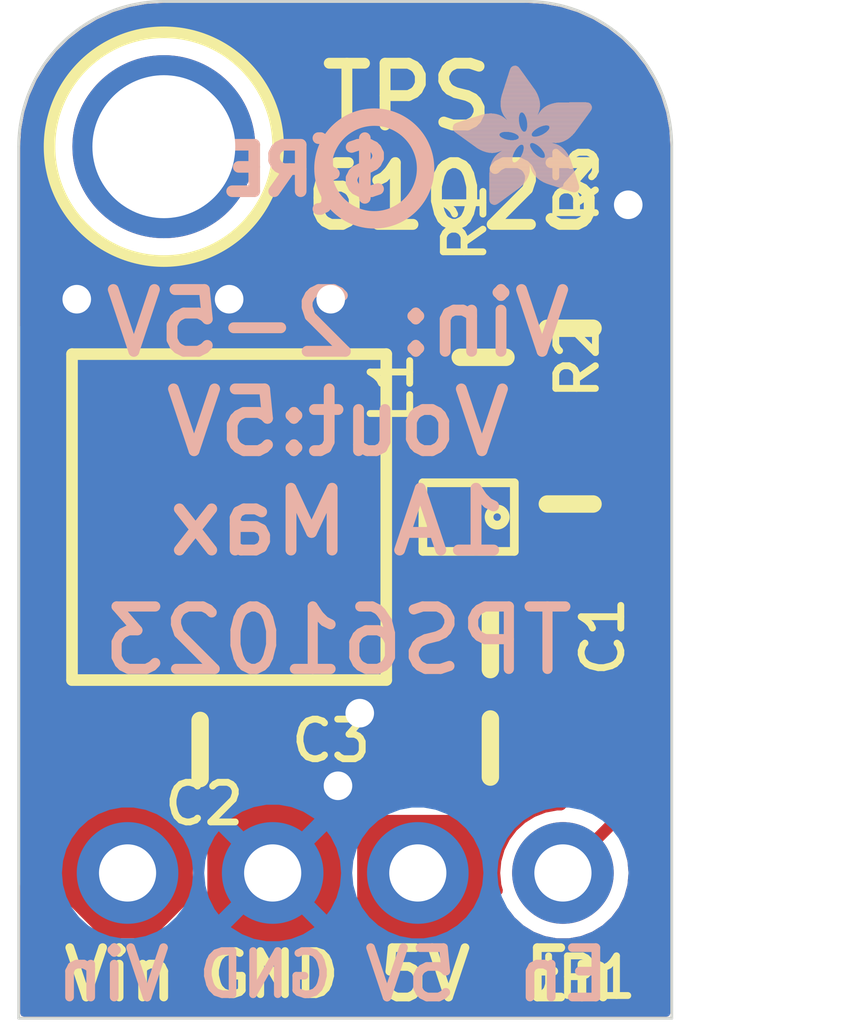
<source format=kicad_pcb>
(kicad_pcb (version 20221018) (generator pcbnew)
  (layers (0 "F.Cu" signal) (31 "B.Cu" signal) (34 "B.Paste" user) (35 "F.Paste" user) (36 "B.SilkS" user "B.Silkscreen") (37 "F.SilkS" user "F.Silkscreen") (38 "B.Mask" user) (39 "F.Mask" user) (44 "Edge.Cuts" user))
  (net 0 "")
  (net 1 "GND")
  (net 2 "VIN")
  (net 3 "EN")
  (net 4 "FB")
  (net 5 "VDD")
  (net 6 "SW")
  (footprint "working:SOT563" (layer "F.Cu") (at 150.6601 105.1306 -90)
    (fp_text reference "IC1" hide)
    (fp_text value "TPS61023" hide)
    (pad "1" smd rect (at -0.635 -0.5 270) (size 0.65 0.275) (layers "F.Cu" "F.Paste" "F.Mask") (net 4 "FB"))
    (pad "2" smd rect (at -0.635 0 270) (size 0.65 0.275) (layers "F.Cu" "F.Paste" "F.Mask") (net 3 "EN"))
    (pad "3" smd rect (at -0.635 0.5 270) (size 0.65 0.275) (layers "F.Cu" "F.Paste" "F.Mask") (net 2 "VIN"))
    (pad "4" smd rect (at 0.635 0.5 270) (size 0.65 0.275) (layers "F.Cu" "F.Paste" "F.Mask") (net 1 "GND"))
    (pad "5" smd rect (at 0.635 0 270) (size 0.65 0.275) (layers "F.Cu" "F.Paste" "F.Mask") (net 6 "SW"))
    (pad "6" smd rect (at 0.635 -0.5 270) (size 0.65 0.275) (layers "F.Cu" "F.Paste" "F.Mask") (net 5 "VDD"))
  )
  (footprint "working:0603-NO" (layer "F.Cu") (at 152.4381 101.8286 90)
    (fp_text reference "R3" (at 1.778 0.127 90) (layer "F.SilkS") (effects (font (size 0.692831 0.692831) (thickness 0.119969)) (justify left)))
    (fp_text value "100K")
    (pad "1" smd rect (at -0.85 0 90) (size 1.075 1) (layers "F.Cu" "F.Paste" "F.Mask") (net 4 "FB"))
    (pad "2" smd rect (at 0.85 0 90) (size 1.075 1) (layers "F.Cu" "F.Paste" "F.Mask") (net 1 "GND"))
  )
  (footprint "working:1X04_ROUND" (layer "F.Cu") (at 148.5011 111.3536 180)
    (fp_text reference "JP1" (at -5.1562 -1.8288) (layer "F.SilkS") (effects (font (size 0.692831 0.692831) (thickness 0.119969)) (justify right)))
    (fp_text value "")
    (pad "1" thru_hole circle (at -3.81 0 270) (size 1.778 1.778) (drill 1) (layers "*.Cu" "*.Mask") (net 3 "EN"))
    (pad "2" thru_hole circle (at -1.27 0 270) (size 1.778 1.778) (drill 1) (layers "*.Cu" "*.Mask") (net 5 "VDD"))
    (pad "3" thru_hole circle (at 1.27 0 270) (size 1.778 1.778) (drill 1) (layers "*.Cu" "*.Mask") (net 1 "GND"))
    (pad "4" thru_hole circle (at 3.81 0 270) (size 1.778 1.778) (drill 1) (layers "*.Cu" "*.Mask") (net 2 "VIN"))
  )
  (footprint "working:0603-NO" (layer "F.Cu") (at 150.9141 102.3366 -90)
    (fp_text reference "R1" (at -3.1115 0.3175 90) (layer "F.SilkS") (effects (font (size 0.692831 0.692831) (thickness 0.119969)) (justify right)))
    (fp_text value "100K")
    (pad "1" smd rect (at -0.85 0 270) (size 1.075 1) (layers "F.Cu" "F.Paste" "F.Mask") (net 2 "VIN"))
    (pad "2" smd rect (at 0.85 0 270) (size 1.075 1) (layers "F.Cu" "F.Paste" "F.Mask") (net 3 "EN"))
  )
  (footprint "working:INDUCTOR_5X5MM_TDK_VLC5045" (layer "F.Cu") (at 146.4691 105.1306 -90)
    (fp_text reference "L1" (at -2.946 -2.846 90) (layer "F.SilkS") (effects (font (size 0.692831 0.692831) (thickness 0.119969)) (justify right)))
    (fp_text value "1uH")
    (pad "P$1" smd rect (at -1.6 0 270) (size 2 5) (layers "F.Cu" "F.Paste" "F.Mask") (net 2 "VIN"))
    (pad "P$2" smd rect (at 1.6 0 270) (size 2 5) (layers "F.Cu" "F.Paste" "F.Mask") (net 6 "SW"))
  )
  (footprint "working:0805-NO" (layer "F.Cu") (at 151.0411 107.2896 180)
    (fp_text reference "C1" (at -1.9685 0.8255 90) (layer "F.SilkS") (effects (font (size 0.692831 0.692831) (thickness 0.119969)) (justify right)))
    (fp_text value "22uF")
    (pad "1" smd rect (at -0.95 0 180) (size 1.24 1.5) (layers "F.Cu" "F.Paste" "F.Mask") (net 5 "VDD"))
    (pad "2" smd rect (at 0.95 0 180) (size 1.24 1.5) (layers "F.Cu" "F.Paste" "F.Mask") (net 1 "GND"))
  )
  (footprint "working:FIDUCIAL_1MM" (layer "F.Cu") (at 152.3111 97.7646)
    (fp_text reference "FID1" hide)
    (fp_text value "FIDUCIAL_1MM" hide)
    (pad "1" smd roundrect (at 0 0) (size 1 1) (layers "F.Cu" "F.Mask") (roundrect_rratio 0.5))
  )
  (footprint "working:MOUNTINGHOLE_2.5_PLATED" (layer "F.Cu") (at 145.3261 98.6536)
    (fp_text reference "U$9" hide)
    (fp_text value "MOUNTINGHOLE2.5" hide)
    (pad "P$1" thru_hole circle (at 0 0) (size 3.2 3.2) (drill 2.5) (layers "*.Cu" "*.Mask"))
    (zone (net 0) (net_name "") (layer "F.Cu") (connect_pads (clearance 0)) (min_thickness 0.25)
      (keepout (tracks not_allowed) (vias not_allowed) (pads not_allowed) (copperpour not_allowed) (footprints allowed))
      (fill (thermal_gap 0.5) (thermal_bridge_width 0.5))
      (polygon (pts (xy 147.3421 98.6536) (xy 147.32248 98.373027) (xy 147.264004 98.097915) (xy 147.167808 97.833619) (xy 147.035765 97.585283) (xy 146.870446 97.35774) (xy 146.675067 97.15542) (xy 146.453433 96.98226) (xy 146.209856 96.841631) (xy 145.949078 96.73627) (xy 145.676175 96.668228) (xy 145.396457 96.638828) (xy 145.115371 96.648644) (xy 144.838385 96.697484) (xy 144.570893 96.784397) (xy 144.3181 96.907693) (xy 144.084926 97.06497) (xy 143.875911 97.253169) (xy 143.695122 97.468625) (xy 143.546078 97.707145) (xy 143.43168 97.964087) (xy 143.354154 98.23445) (xy 143.315011 98.512971) (xy 143.315011 98.794229) (xy 143.354154 99.07275) (xy 143.43168 99.343113) (xy 143.546078 99.600055) (xy 143.695122 99.838575) (xy 143.875911 100.054031) (xy 144.084926 100.24223) (xy 144.3181 100.399507) (xy 144.570893 100.522803) (xy 144.838385 100.609716) (xy 145.115371 100.658556) (xy 145.396457 100.668372) (xy 145.676175 100.638972) (xy 145.949078 100.57093) (xy 146.209856 100.465569) (xy 146.453433 100.32494) (xy 146.675067 100.15178) (xy 146.870446 99.94946) (xy 147.035765 99.721917) (xy 147.167808 99.473581) (xy 147.264004 99.209285) (xy 147.32248 98.934173)))
      (polygon (pts (xy 145.3101 98.6536) (xy 145.314786 98.664914) (xy 145.3261 98.6696) (xy 145.337414 98.664914) (xy 145.3421 98.6536) (xy 145.337414 98.642286) (xy 145.3261 98.6376) (xy 145.314786 98.642286)))
    )
    (zone (net 0) (net_name "") (layer "B.Cu") (connect_pads (clearance 0)) (min_thickness 0.25)
      (keepout (tracks not_allowed) (vias not_allowed) (pads not_allowed) (copperpour not_allowed) (footprints allowed))
      (fill (thermal_gap 0.5) (thermal_bridge_width 0.5))
      (polygon (pts (xy 147.3421 98.6536) (xy 147.32248 98.373027) (xy 147.264004 98.097915) (xy 147.167808 97.833619) (xy 147.035765 97.585283) (xy 146.870446 97.35774) (xy 146.675067 97.15542) (xy 146.453433 96.98226) (xy 146.209856 96.841631) (xy 145.949078 96.73627) (xy 145.676175 96.668228) (xy 145.396457 96.638828) (xy 145.115371 96.648644) (xy 144.838385 96.697484) (xy 144.570893 96.784397) (xy 144.3181 96.907693) (xy 144.084926 97.06497) (xy 143.875911 97.253169) (xy 143.695122 97.468625) (xy 143.546078 97.707145) (xy 143.43168 97.964087) (xy 143.354154 98.23445) (xy 143.315011 98.512971) (xy 143.315011 98.794229) (xy 143.354154 99.07275) (xy 143.43168 99.343113) (xy 143.546078 99.600055) (xy 143.695122 99.838575) (xy 143.875911 100.054031) (xy 144.084926 100.24223) (xy 144.3181 100.399507) (xy 144.570893 100.522803) (xy 144.838385 100.609716) (xy 145.115371 100.658556) (xy 145.396457 100.668372) (xy 145.676175 100.638972) (xy 145.949078 100.57093) (xy 146.209856 100.465569) (xy 146.453433 100.32494) (xy 146.675067 100.15178) (xy 146.870446 99.94946) (xy 147.035765 99.721917) (xy 147.167808 99.473581) (xy 147.264004 99.209285) (xy 147.32248 98.934173)))
      (polygon (pts (xy 145.3101 98.6536) (xy 145.314786 98.664914) (xy 145.3261 98.6696) (xy 145.337414 98.664914) (xy 145.3421 98.6536) (xy 145.337414 98.642286) (xy 145.3261 98.6376) (xy 145.314786 98.642286)))
    )
  )
  (footprint "working:0805-NO" (layer "F.Cu") (at 145.9611 109.1946)
    (fp_text reference "C2" (at 0.8255 0.9525) (layer "F.SilkS") (effects (font (size 0.692831 0.692831) (thickness 0.119969)) (justify right)))
    (fp_text value "22uF")
    (pad "1" smd rect (at -0.95 0) (size 1.24 1.5) (layers "F.Cu" "F.Paste" "F.Mask") (net 2 "VIN"))
    (pad "2" smd rect (at 0.95 0) (size 1.24 1.5) (layers "F.Cu" "F.Paste" "F.Mask") (net 1 "GND"))
  )
  (footprint "working:0603-NO" (layer "F.Cu") (at 152.4381 104.902 90)
    (fp_text reference "R2" (at 1.778 0.127 90) (layer "F.SilkS") (effects (font (size 0.692831 0.692831) (thickness 0.119969)) (justify left)))
    (fp_text value "732K")
    (pad "1" smd rect (at -0.85 0 90) (size 1.075 1) (layers "F.Cu" "F.Paste" "F.Mask") (net 5 "VDD"))
    (pad "2" smd rect (at 0.85 0 90) (size 1.075 1) (layers "F.Cu" "F.Paste" "F.Mask") (net 4 "FB"))
  )
  (footprint "working:0805-NO" (layer "F.Cu") (at 151.0411 109.1692 180)
    (fp_text reference "C3" (at 2.032 0.127) (layer "F.SilkS") (effects (font (size 0.692831 0.692831) (thickness 0.119969)) (justify right)))
    (fp_text value "22uF")
    (pad "1" smd rect (at -0.95 0 180) (size 1.24 1.5) (layers "F.Cu" "F.Paste" "F.Mask") (net 5 "VDD"))
    (pad "2" smd rect (at 0.95 0 180) (size 1.24 1.5) (layers "F.Cu" "F.Paste" "F.Mask") (net 1 "GND"))
  )
  (footprint "working:PCBFEAT-REV-040" (layer "B.Cu") (at 149.0091 99.0346 180)
    (fp_text reference "U$10" hide)
    (fp_text value "" hide)
    (fp_text user "${REV}" (at -0.3556 -0.508) (layer "B.SilkS") (effects (font (size 0.8128 0.8128) (thickness 0.2032)) (justify left bottom mirror)))
  )
  (footprint "working:ADAFRUIT_2.5MM" (layer "B.Cu") (at 152.8191 99.6696 180)
    (fp_text reference "U$11" hide)
    (fp_text value "" hide)
  )
  (gr_line (start 154.2161 113.8936) (end 142.7861 113.8936) (stroke (width 0.05)) (layer "Edge.Cuts"))
  (gr_line (start 145.3261 96.1136) (end 151.6761 96.1136) (stroke (width 0.05)) (layer "Edge.Cuts"))
  (gr_arc (start 151.6761 96.1136) (mid 153.472151 96.857549) (end 154.2161 98.6536) (stroke (width 0.05)) (layer "Edge.Cuts"))
  (gr_line (start 142.7861 113.8936) (end 142.7861 98.6536) (stroke (width 0.05)) (layer "Edge.Cuts"))
  (gr_arc (start 142.7861 98.6536) (mid 143.530049 96.857549) (end 145.3261 96.1136) (stroke (width 0.05)) (layer "Edge.Cuts"))
  (gr_line (start 154.2161 98.6536) (end 154.2161 113.8936) (stroke (width 0.05)) (layer "Edge.Cuts"))
  (gr_text "GND" (at 147.1041 113.1316) (layer "B.SilkS") (effects (font (size 0.75565 0.75565) (thickness 0.13335)) (justify mirror)))
  (gr_text "TPS61023" (at 148.3741 107.2896) (layer "B.SilkS") (effects (font (size 1.0922 1.0922) (thickness 0.1778)) (justify mirror)))
  (gr_text "Vin: 2-5V\nVout:5V\n1A Max" (at 148.3741 103.4796) (layer "B.SilkS") (effects (font (size 1.0795 1.0795) (thickness 0.1905)) (justify mirror)))
  (gr_text "5V" (at 149.6441 113.1316) (layer "B.SilkS") (effects (font (size 0.8636 0.8636) (thickness 0.1524)) (justify mirror)))
  (gr_text "En" (at 152.3111 113.1316) (layer "B.SilkS") (effects (font (size 0.8636 0.8636) (thickness 0.1524)) (justify mirror)))
  (gr_text "Vin" (at 144.4371 113.1316) (layer "B.SilkS") (effects (font (size 0.8636 0.8636) (thickness 0.1524)) (justify mirror)))
  (gr_text "En" (at 152.4381 113.1316) (layer "F.SilkS") (effects (font (size 0.8636 0.8636) (thickness 0.1524))))
  (gr_text "5V" (at 149.8981 113.1316) (layer "F.SilkS") (effects (font (size 0.8636 0.8636) (thickness 0.1524))))
  (gr_text "Vin" (at 144.5641 113.1316) (layer "F.SilkS") (effects (font (size 0.8636 0.8636) (thickness 0.1524))))
  (gr_text "TPS  \n61023" (at 150.4061 98.6536) (layer "F.SilkS") (effects (font (size 1.0795 1.0795) (thickness 0.1905))))
  (gr_text "GND" (at 147.2311 113.1316) (layer "F.SilkS") (effects (font (size 0.75565 0.75565) (thickness 0.13335))))
  (segment (start 150.1601 107.2206) (end 150.0911 107.2896) (width 0.254) (layer "F.Cu") (net 1))
  (via (at 153.4541 99.6696) (size 0.9064) (drill 0.5) (layers "F.Cu" "B.Cu") (net 1))
  (via (at 146.4691 101.3206) (size 0.9064) (drill 0.5) (layers "F.Cu" "B.Cu") (net 1))
  (via (at 148.7551 108.5596) (size 0.9064) (drill 0.5) (layers "F.Cu" "B.Cu") (net 1))
  (via (at 143.8021 101.3206) (size 0.9064) (drill 0.5) (layers "F.Cu" "B.Cu") (net 1))
  (via (at 148.3741 109.8296) (size 0.9064) (drill 0.5) (layers "F.Cu" "B.Cu") (net 1))
  (via (at 148.2471 101.3206) (size 0.9064) (drill 0.5) (layers "F.Cu" "B.Cu") (net 1))
  (segment (start 144.8181 109.3876) (end 145.0111 109.1946) (width 0.4064) (layer "F.Cu") (net 2))
  (segment (start 150.7236 104.935022) (end 150.919178 105.1306) (width 0.1778) (layer "F.Cu") (net 3))
  (segment (start 153.3017 104.9782) (end 153.3017 110.363) (width 0.2032) (layer "F.Cu") (net 3))
  (segment (start 150.6601 103.4406) (end 150.9141 103.1866) (width 0.2032) (layer "F.Cu") (net 3))
  (segment (start 151.7015 104.8766) (end 153.2001 104.8766) (width 0.2032) (layer "F.Cu") (net 3))
  (segment (start 150.7236 104.5591) (end 150.7236 104.935022) (width 0.1778) (layer "F.Cu") (net 3))
  (segment (start 153.3017 110.363) (end 152.3111 111.3536) (width 0.2032) (layer "F.Cu") (net 3))
  (segment (start 150.6601 104.4956) (end 150.6601 103.4406) (width 0.2032) (layer "F.Cu") (net 3))
  (segment (start 151.4475 105.1306) (end 151.7015 104.8766) (width 0.2032) (layer "F.Cu") (net 3))
  (segment (start 150.919178 105.1306) (end 151.4475 105.1306) (width 0.1778) (layer "F.Cu") (net 3))
  (segment (start 150.6601 104.4956) (end 150.7236 104.5591) (width 0.1778) (layer "F.Cu") (net 3))
  (segment (start 153.2001 104.8766) (end 153.3017 104.9782) (width 0.2032) (layer "F.Cu") (net 3))
  (segment (start 151.8577 104.052) (end 151.4141 104.4956) (width 0.2032) (layer "F.Cu") (net 4))
  (segment (start 151.1601 104.4956) (end 151.4141 104.4956) (width 0.2032) (layer "F.Cu") (net 4))
  (segment (start 152.4381 102.6786) (end 152.4381 104.052) (width 0.2032) (layer "F.Cu") (net 4))
  (segment (start 151.8577 104.052) (end 152.4381 104.052) (width 0.2032) (layer "F.Cu") (net 4))
  (segment (start 150.378159 105.1306) (end 149.3901 105.1306) (width 0.1778) (layer "F.Cu") (net 6))
  (segment (start 150.614381 105.366822) (end 150.614381 105.719882) (width 0.1778) (layer "F.Cu") (net 6))
  (segment (start 150.614381 105.366822) (end 150.378159 105.1306) (width 0.1778) (layer "F.Cu") (net 6))
  (segment (start 148.5011 106.0196) (end 148.5011 106.5276) (width 0.4064) (layer "F.Cu") (net 6))
  (segment (start 147.1041 106.5276) (end 146.9011 106.7306) (width 0.4064) (layer "F.Cu") (net 6))
  (segment (start 146.9011 106.7306) (end 146.4691 106.7306) (width 0.4064) (layer "F.Cu") (net 6))
  (segment (start 150.6601 105.7656) (end 150.614381 105.719882) (width 0.1778) (layer "F.Cu") (net 6))
  (segment (start 149.3901 105.1306) (end 148.5011 106.0196) (width 0.4064) (layer "F.Cu") (net 6))
  (segment (start 148.5011 106.5276) (end 147.1041 106.5276) (width 0.4064) (layer "F.Cu") (net 6))
  (zone (net 1) (net_name "GND") (layer "F.Cu") (priority 6) (connect_pads yes (clearance 0.000001)) (min_thickness 0.127) (fill yes (thermal_gap 0.5) (thermal_bridge_width 0.5))
    (polygon (pts (xy 150.4061 106.093995) (xy 150.7871 106.474995) (xy 150.7871 109.501205) (xy 150.458705 109.8296) (xy 149.315706 109.8296) (xy 148.5011 110.644206) (xy 148.5011 112.295205) (xy 148.045705 112.7506) (xy 146.289495 112.7506) (xy 146.0881 112.549205) (xy 146.0881 110.284995) (xy 146.3421 110.030995) (xy 146.3421 108.125995) (xy 146.543495 107.9246) (xy 149.083494 107.9246) (xy 149.3901 107.617994) (xy 149.3901 105.712995) (xy 149.718495 105.3846) (xy 150.4061 105.3846)))
  )
  (zone (net 5) (net_name "VDD") (layer "F.Cu") (priority 4) (connect_pads yes (clearance 0.000001)) (min_thickness 0.127) (fill yes (thermal_gap 0.5) (thermal_bridge_width 0.5))
    (polygon (pts (xy 153.2001 105.331995) (xy 153.2001 109.755205) (xy 152.871705 110.0836) (xy 152.490706 110.0836) (xy 151.2951 111.279207) (xy 151.2951 111.660205) (xy 150.331705 112.6236) (xy 149.210495 112.6236) (xy 148.6281 112.041205) (xy 148.6281 110.792995) (xy 149.083495 110.3376) (xy 150.734494 110.3376) (xy 151.2951 109.776994) (xy 151.2951 106.453206) (xy 151.0411 106.199205) (xy 151.0411 105.458995) (xy 151.496495 105.0036) (xy 152.871705 105.0036)))
  )
  (zone (net 2) (net_name "VIN") (layer "F.Cu") (priority 6) (connect_pads yes (clearance 0.000001)) (min_thickness 0.1016) (fill yes (thermal_gap 0.5) (thermal_bridge_width 0.5))
    (polygon (pts (xy 151.6507 100.897516) (xy 151.6507 102.124684) (xy 151.337184 102.4382) (xy 150.3807 102.4382) (xy 150.3807 104.8512) (xy 144.268016 104.8512) (xy 143.9545 104.537684) (xy 143.9545 102.675516) (xy 144.141016 102.489) (xy 148.840016 102.489) (xy 149.2885 102.040517) (xy 149.2885 101.024516) (xy 149.602016 100.711) (xy 151.464184 100.711)))
  )
  (zone (net 1) (net_name "GND") (layer "F.Cu") (connect_pads (clearance 0.254)) (min_thickness 0.127) (fill yes (thermal_gap 0.304) (thermal_bridge_width 0.304))
    (polygon (pts (xy 154.3431 114.0206) (xy 142.6591 114.0206) (xy 142.6591 96.1136) (xy 154.3431 96.1136)))
  )
  (zone (net 2) (net_name "VIN") (layer "F.Cu") (priority 6) (connect_pads yes (clearance 0.000001)) (min_thickness 0.127) (fill yes (thermal_gap 0.5) (thermal_bridge_width 0.5))
    (polygon (pts (xy 149.2631 102.410995) (xy 149.2631 104.548205) (xy 148.934705 104.8766) (xy 144.108706 104.8766) (xy 143.9291 105.056206) (xy 143.9291 107.744995) (xy 144.108706 107.9246) (xy 145.7071 107.9246) (xy 145.7071 108.0516) (xy 145.8341 108.0516) (xy 145.8341 111.787205) (xy 145.124705 112.4966) (xy 144.257495 112.4966) (xy 142.9131 111.152205) (xy 142.9131 102.0826) (xy 148.934705 102.0826)))
  )
  (zone (net 1) (net_name "GND") (layer "B.Cu") (priority 1) (connect_pads (clearance 0.254)) (min_thickness 0.127) (fill yes (thermal_gap 0.304) (thermal_bridge_width 0.304))
    (polygon (pts (xy 154.3431 114.0206) (xy 142.6591 114.0206) (xy 142.6591 96.1136) (xy 154.3431 96.1136)))
  )
)
</source>
